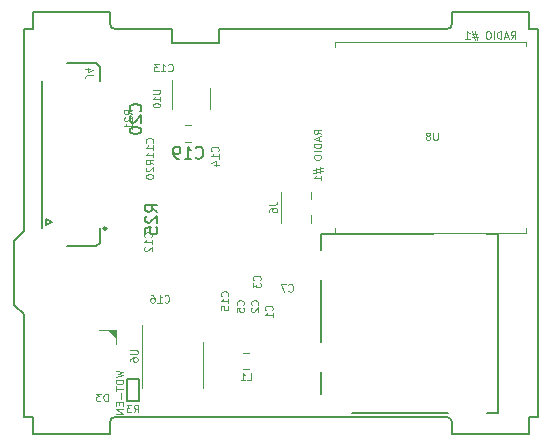
<source format=gbr>
%TF.GenerationSoftware,KiCad,Pcbnew,5.0.2-bee76a0~70~ubuntu18.04.1*%
%TF.CreationDate,2020-02-29T17:46:36-08:00*%
%TF.ProjectId,mainboard,6d61696e-626f-4617-9264-2e6b69636164,rev?*%
%TF.SameCoordinates,Original*%
%TF.FileFunction,Legend,Bot*%
%TF.FilePolarity,Positive*%
%FSLAX46Y46*%
G04 Gerber Fmt 4.6, Leading zero omitted, Abs format (unit mm)*
G04 Created by KiCad (PCBNEW 5.0.2-bee76a0~70~ubuntu18.04.1) date Sat 29 Feb 2020 05:46:36 PM PST*
%MOMM*%
%LPD*%
G01*
G04 APERTURE LIST*
%ADD10C,0.076200*%
%ADD11C,0.150000*%
%ADD12C,0.250000*%
%ADD13C,0.120000*%
%ADD14C,0.100000*%
%ADD15C,0.127000*%
%ADD16C,0.070000*%
G04 APERTURE END LIST*
D10*
X85123261Y-103311476D02*
X85758261Y-103462666D01*
X85304690Y-103583619D01*
X85758261Y-103704571D01*
X85123261Y-103855761D01*
X85758261Y-104097666D02*
X85123261Y-104097666D01*
X85123261Y-104248857D01*
X85153500Y-104339571D01*
X85213976Y-104400047D01*
X85274452Y-104430285D01*
X85395404Y-104460523D01*
X85486119Y-104460523D01*
X85607071Y-104430285D01*
X85667547Y-104400047D01*
X85728023Y-104339571D01*
X85758261Y-104248857D01*
X85758261Y-104097666D01*
X85123261Y-104641952D02*
X85123261Y-105004809D01*
X85758261Y-104823380D02*
X85123261Y-104823380D01*
X85516357Y-105216476D02*
X85516357Y-105700285D01*
X85425642Y-106002666D02*
X85425642Y-106214333D01*
X85758261Y-106305047D02*
X85758261Y-106002666D01*
X85123261Y-106002666D01*
X85123261Y-106305047D01*
X85758261Y-106577190D02*
X85123261Y-106577190D01*
X85758261Y-106940047D01*
X85123261Y-106940047D01*
D11*
X87058500Y-104013000D02*
X86042500Y-104013000D01*
X87058500Y-105918000D02*
X87058500Y-104013000D01*
X86042500Y-105918000D02*
X87058500Y-105918000D01*
X86042500Y-104013000D02*
X86042500Y-105918000D01*
D10*
X102522261Y-83287809D02*
X102219880Y-83076142D01*
X102522261Y-82924952D02*
X101887261Y-82924952D01*
X101887261Y-83166857D01*
X101917500Y-83227333D01*
X101947738Y-83257571D01*
X102008214Y-83287809D01*
X102098928Y-83287809D01*
X102159404Y-83257571D01*
X102189642Y-83227333D01*
X102219880Y-83166857D01*
X102219880Y-82924952D01*
X102340833Y-83529714D02*
X102340833Y-83832095D01*
X102522261Y-83469238D02*
X101887261Y-83680904D01*
X102522261Y-83892571D01*
X102522261Y-84104238D02*
X101887261Y-84104238D01*
X101887261Y-84255428D01*
X101917500Y-84346142D01*
X101977976Y-84406619D01*
X102038452Y-84436857D01*
X102159404Y-84467095D01*
X102250119Y-84467095D01*
X102371071Y-84436857D01*
X102431547Y-84406619D01*
X102492023Y-84346142D01*
X102522261Y-84255428D01*
X102522261Y-84104238D01*
X102522261Y-84739238D02*
X101887261Y-84739238D01*
X101887261Y-85162571D02*
X101887261Y-85283523D01*
X101917500Y-85344000D01*
X101977976Y-85404476D01*
X102098928Y-85434714D01*
X102310595Y-85434714D01*
X102431547Y-85404476D01*
X102492023Y-85344000D01*
X102522261Y-85283523D01*
X102522261Y-85162571D01*
X102492023Y-85102095D01*
X102431547Y-85041619D01*
X102310595Y-85011380D01*
X102098928Y-85011380D01*
X101977976Y-85041619D01*
X101917500Y-85102095D01*
X101887261Y-85162571D01*
X102098928Y-86160428D02*
X102098928Y-86614000D01*
X101826785Y-86341857D02*
X102643214Y-86160428D01*
X102371071Y-86553523D02*
X102371071Y-86099952D01*
X102643214Y-86372095D02*
X101826785Y-86553523D01*
X102522261Y-87158285D02*
X102522261Y-86795428D01*
X102522261Y-86976857D02*
X101887261Y-86976857D01*
X101977976Y-86916380D01*
X102038452Y-86855904D01*
X102068690Y-86795428D01*
D11*
X120902460Y-74415942D02*
X120102459Y-74415941D01*
X85102460Y-74415941D02*
G75*
G02X84602460Y-73915941I0J500000D01*
G01*
X113602459Y-73915941D02*
G75*
G02X113102459Y-74415941I-500000J0D01*
G01*
X113102459Y-107215941D02*
G75*
G02X113602459Y-107715941I0J-500000D01*
G01*
X84602460Y-107715941D02*
G75*
G02X85102460Y-107215941I500000J0D01*
G01*
X77340460Y-91475941D02*
X76502460Y-92313941D01*
X77340460Y-98555940D02*
X76502460Y-97790000D01*
X120102460Y-72915941D02*
X113602460Y-72915941D01*
X113602459Y-107715941D02*
X113602460Y-108715941D01*
X85102460Y-107215941D02*
X113102459Y-107215941D01*
X84602460Y-108715941D02*
X84602460Y-107715941D01*
X113602460Y-108715941D02*
X120102459Y-108715940D01*
X113102459Y-74415941D02*
X93872460Y-74415941D01*
X113602460Y-72915941D02*
X113602459Y-73915941D01*
X78102460Y-72915941D02*
X78102460Y-74415941D01*
X93872460Y-74415941D02*
X93872460Y-75565000D01*
X93872460Y-75565000D02*
X89872460Y-75565000D01*
X78102460Y-74415941D02*
X77340460Y-74415941D01*
X77340460Y-74415941D02*
X77340460Y-91475941D01*
X120102460Y-107215940D02*
X120902460Y-107215940D01*
X120102459Y-74415941D02*
X120102460Y-72915941D01*
X89872460Y-75565000D02*
X89872460Y-74415941D01*
X84602460Y-72915941D02*
X78102460Y-72915941D01*
X84602460Y-73915941D02*
X84602460Y-72915941D01*
X89872460Y-74415941D02*
X85102460Y-74415941D01*
X76502460Y-92313941D02*
X76502460Y-97790000D01*
X120902460Y-107215940D02*
X120902460Y-74415942D01*
X78102460Y-107215940D02*
X78102460Y-108715940D01*
X120102459Y-108715940D02*
X120102460Y-107215940D01*
X77340460Y-98555940D02*
X77340460Y-107215940D01*
X78102460Y-108715940D02*
X84602460Y-108715941D01*
X77340460Y-107215940D02*
X78102460Y-107215940D01*
D10*
X118578690Y-75217261D02*
X118790357Y-74914880D01*
X118941547Y-75217261D02*
X118941547Y-74582261D01*
X118699642Y-74582261D01*
X118639166Y-74612500D01*
X118608928Y-74642738D01*
X118578690Y-74703214D01*
X118578690Y-74793928D01*
X118608928Y-74854404D01*
X118639166Y-74884642D01*
X118699642Y-74914880D01*
X118941547Y-74914880D01*
X118336785Y-75035833D02*
X118034404Y-75035833D01*
X118397261Y-75217261D02*
X118185595Y-74582261D01*
X117973928Y-75217261D01*
X117762261Y-75217261D02*
X117762261Y-74582261D01*
X117611071Y-74582261D01*
X117520357Y-74612500D01*
X117459880Y-74672976D01*
X117429642Y-74733452D01*
X117399404Y-74854404D01*
X117399404Y-74945119D01*
X117429642Y-75066071D01*
X117459880Y-75126547D01*
X117520357Y-75187023D01*
X117611071Y-75217261D01*
X117762261Y-75217261D01*
X117127261Y-75217261D02*
X117127261Y-74582261D01*
X116703928Y-74582261D02*
X116582976Y-74582261D01*
X116522500Y-74612500D01*
X116462023Y-74672976D01*
X116431785Y-74793928D01*
X116431785Y-75005595D01*
X116462023Y-75126547D01*
X116522500Y-75187023D01*
X116582976Y-75217261D01*
X116703928Y-75217261D01*
X116764404Y-75187023D01*
X116824880Y-75126547D01*
X116855119Y-75005595D01*
X116855119Y-74793928D01*
X116824880Y-74672976D01*
X116764404Y-74612500D01*
X116703928Y-74582261D01*
X115706071Y-74793928D02*
X115252500Y-74793928D01*
X115524642Y-74521785D02*
X115706071Y-75338214D01*
X115312976Y-75066071D02*
X115766547Y-75066071D01*
X115494404Y-75338214D02*
X115312976Y-74521785D01*
X114708214Y-75217261D02*
X115071071Y-75217261D01*
X114889642Y-75217261D02*
X114889642Y-74582261D01*
X114950119Y-74672976D01*
X115010595Y-74733452D01*
X115071071Y-74763690D01*
D12*
X84322580Y-91261260D02*
G75*
G03X84322580Y-91261260I-111800J0D01*
G01*
D11*
X79210780Y-90511260D02*
X79210780Y-91011260D01*
X79710780Y-90761260D02*
X79210780Y-90511260D01*
X79210780Y-91011260D02*
X79710780Y-90761260D01*
X78860780Y-91261260D02*
X78860780Y-78761260D01*
X83760780Y-77561260D02*
X83760780Y-78761260D01*
X83460780Y-77261260D02*
X83760780Y-77561260D01*
X80960780Y-77261260D02*
X83460780Y-77261260D01*
X83760780Y-92461260D02*
X83760780Y-91261260D01*
X83460780Y-92761260D02*
X83760780Y-92461260D01*
X80960780Y-92761260D02*
X83460780Y-92761260D01*
D13*
X85120500Y-99866000D02*
X85120500Y-101016000D01*
X83700500Y-99866000D02*
X85120500Y-99866000D01*
D14*
G36*
X84420500Y-99876000D02*
X85110500Y-100536000D01*
X85110500Y-99876000D01*
X84420500Y-99876000D01*
G37*
X84420500Y-99876000D02*
X85110500Y-100536000D01*
X85110500Y-99876000D01*
X84420500Y-99876000D01*
X101680800Y-90784200D02*
X101680800Y-90165530D01*
X101680800Y-88184200D02*
X101680800Y-88802870D01*
X99080800Y-88184200D02*
X99080800Y-90784200D01*
D13*
X119860000Y-75466000D02*
X119860000Y-75816000D01*
X103660000Y-91666000D02*
X103660000Y-91266000D01*
X119860000Y-91666000D02*
X103660000Y-91666000D01*
X119860000Y-91266000D02*
X119860000Y-91666000D01*
X103660000Y-75466000D02*
X103660000Y-75866000D01*
X119860000Y-75466000D02*
X103660000Y-75466000D01*
X87356000Y-102870000D02*
X87356000Y-99420000D01*
X87356000Y-102870000D02*
X87356000Y-104820000D01*
X92476000Y-102870000D02*
X92476000Y-100920000D01*
X92476000Y-102870000D02*
X92476000Y-104820000D01*
D15*
X102507000Y-100874000D02*
X102507000Y-95664000D01*
X102507000Y-105314000D02*
X102507000Y-103424000D01*
X113262000Y-106914000D02*
X105132000Y-106914000D01*
X102507000Y-91714000D02*
X102507000Y-93084000D01*
X111932000Y-91714000D02*
X102507000Y-91714000D01*
X117457000Y-91714000D02*
X116532000Y-91714000D01*
X117457000Y-106914000D02*
X117457000Y-91714000D01*
X116532000Y-106914000D02*
X117457000Y-106914000D01*
D13*
X96397578Y-103210000D02*
X95880422Y-103210000D01*
X96397578Y-101790000D02*
X95880422Y-101790000D01*
X90991422Y-82540000D02*
X91508578Y-82540000D01*
X90991422Y-83960000D02*
X91508578Y-83960000D01*
X93110000Y-79350000D02*
X93110000Y-81150000D01*
X89890000Y-81150000D02*
X89890000Y-78700000D01*
D10*
X83151738Y-78316666D02*
X82698166Y-78316666D01*
X82607452Y-78346904D01*
X82546976Y-78407380D01*
X82516738Y-78498095D01*
X82516738Y-78558571D01*
X82940071Y-77742142D02*
X82516738Y-77742142D01*
X83181976Y-77893333D02*
X82728404Y-78044523D01*
X82728404Y-77651428D01*
X86461761Y-81606785D02*
X86159380Y-81395119D01*
X86461761Y-81243928D02*
X85826761Y-81243928D01*
X85826761Y-81485833D01*
X85857000Y-81546309D01*
X85887238Y-81576547D01*
X85947714Y-81606785D01*
X86038428Y-81606785D01*
X86098904Y-81576547D01*
X86129142Y-81546309D01*
X86159380Y-81485833D01*
X86159380Y-81243928D01*
X85887238Y-81848690D02*
X85857000Y-81878928D01*
X85826761Y-81939404D01*
X85826761Y-82090595D01*
X85857000Y-82151071D01*
X85887238Y-82181309D01*
X85947714Y-82211547D01*
X86008190Y-82211547D01*
X86098904Y-82181309D01*
X86461761Y-81818452D01*
X86461761Y-82211547D01*
X86461761Y-82816309D02*
X86461761Y-82453452D01*
X86461761Y-82634880D02*
X85826761Y-82634880D01*
X85917476Y-82574404D01*
X85977952Y-82513928D01*
X86008190Y-82453452D01*
X88307261Y-85841785D02*
X88004880Y-85630119D01*
X88307261Y-85478928D02*
X87672261Y-85478928D01*
X87672261Y-85720833D01*
X87702500Y-85781309D01*
X87732738Y-85811547D01*
X87793214Y-85841785D01*
X87883928Y-85841785D01*
X87944404Y-85811547D01*
X87974642Y-85781309D01*
X88004880Y-85720833D01*
X88004880Y-85478928D01*
X87732738Y-86083690D02*
X87702500Y-86113928D01*
X87672261Y-86174404D01*
X87672261Y-86325595D01*
X87702500Y-86386071D01*
X87732738Y-86416309D01*
X87793214Y-86446547D01*
X87853690Y-86446547D01*
X87944404Y-86416309D01*
X88307261Y-86053452D01*
X88307261Y-86446547D01*
X87672261Y-86839642D02*
X87672261Y-86900119D01*
X87702500Y-86960595D01*
X87732738Y-86990833D01*
X87793214Y-87021071D01*
X87914166Y-87051309D01*
X88065357Y-87051309D01*
X88186309Y-87021071D01*
X88246785Y-86990833D01*
X88277023Y-86960595D01*
X88307261Y-86900119D01*
X88307261Y-86839642D01*
X88277023Y-86779166D01*
X88246785Y-86748928D01*
X88186309Y-86718690D01*
X88065357Y-86688452D01*
X87914166Y-86688452D01*
X87793214Y-86718690D01*
X87732738Y-86748928D01*
X87702500Y-86779166D01*
X87672261Y-86839642D01*
X84415690Y-105887761D02*
X84415690Y-105252761D01*
X84264500Y-105252761D01*
X84173785Y-105283000D01*
X84113309Y-105343476D01*
X84083071Y-105403952D01*
X84052833Y-105524904D01*
X84052833Y-105615619D01*
X84083071Y-105736571D01*
X84113309Y-105797047D01*
X84173785Y-105857523D01*
X84264500Y-105887761D01*
X84415690Y-105887761D01*
X83841166Y-105252761D02*
X83448071Y-105252761D01*
X83659738Y-105494666D01*
X83569023Y-105494666D01*
X83508547Y-105524904D01*
X83478309Y-105555142D01*
X83448071Y-105615619D01*
X83448071Y-105766809D01*
X83478309Y-105827285D01*
X83508547Y-105857523D01*
X83569023Y-105887761D01*
X83750452Y-105887761D01*
X83810928Y-105857523D01*
X83841166Y-105827285D01*
X89244714Y-97481785D02*
X89274952Y-97512023D01*
X89365666Y-97542261D01*
X89426142Y-97542261D01*
X89516857Y-97512023D01*
X89577333Y-97451547D01*
X89607571Y-97391071D01*
X89637809Y-97270119D01*
X89637809Y-97179404D01*
X89607571Y-97058452D01*
X89577333Y-96997976D01*
X89516857Y-96937500D01*
X89426142Y-96907261D01*
X89365666Y-96907261D01*
X89274952Y-96937500D01*
X89244714Y-96967738D01*
X88639952Y-97542261D02*
X89002809Y-97542261D01*
X88821380Y-97542261D02*
X88821380Y-96907261D01*
X88881857Y-96997976D01*
X88942333Y-97058452D01*
X89002809Y-97088690D01*
X88095666Y-96907261D02*
X88216619Y-96907261D01*
X88277095Y-96937500D01*
X88307333Y-96967738D01*
X88367809Y-97058452D01*
X88398047Y-97179404D01*
X88398047Y-97421309D01*
X88367809Y-97481785D01*
X88337571Y-97512023D01*
X88277095Y-97542261D01*
X88156142Y-97542261D01*
X88095666Y-97512023D01*
X88065428Y-97481785D01*
X88035190Y-97421309D01*
X88035190Y-97270119D01*
X88065428Y-97209642D01*
X88095666Y-97179404D01*
X88156142Y-97149166D01*
X88277095Y-97149166D01*
X88337571Y-97179404D01*
X88367809Y-97209642D01*
X88398047Y-97270119D01*
X98128061Y-89272533D02*
X98581633Y-89272533D01*
X98672347Y-89242295D01*
X98732823Y-89181819D01*
X98763061Y-89091104D01*
X98763061Y-89030628D01*
X98128061Y-89847057D02*
X98128061Y-89726104D01*
X98158300Y-89665628D01*
X98188538Y-89635390D01*
X98279252Y-89574914D01*
X98400204Y-89544676D01*
X98642109Y-89544676D01*
X98702585Y-89574914D01*
X98732823Y-89605152D01*
X98763061Y-89665628D01*
X98763061Y-89786580D01*
X98732823Y-89847057D01*
X98702585Y-89877295D01*
X98642109Y-89907533D01*
X98490919Y-89907533D01*
X98430442Y-89877295D01*
X98400204Y-89847057D01*
X98369966Y-89786580D01*
X98369966Y-89665628D01*
X98400204Y-89605152D01*
X98430442Y-89574914D01*
X98490919Y-89544676D01*
X94587785Y-97000785D02*
X94618023Y-96970547D01*
X94648261Y-96879833D01*
X94648261Y-96819357D01*
X94618023Y-96728642D01*
X94557547Y-96668166D01*
X94497071Y-96637928D01*
X94376119Y-96607690D01*
X94285404Y-96607690D01*
X94164452Y-96637928D01*
X94103976Y-96668166D01*
X94043500Y-96728642D01*
X94013261Y-96819357D01*
X94013261Y-96879833D01*
X94043500Y-96970547D01*
X94073738Y-97000785D01*
X94648261Y-97605547D02*
X94648261Y-97242690D01*
X94648261Y-97424119D02*
X94013261Y-97424119D01*
X94103976Y-97363642D01*
X94164452Y-97303166D01*
X94194690Y-97242690D01*
X94013261Y-98180071D02*
X94013261Y-97877690D01*
X94315642Y-97847452D01*
X94285404Y-97877690D01*
X94255166Y-97938166D01*
X94255166Y-98089357D01*
X94285404Y-98149833D01*
X94315642Y-98180071D01*
X94376119Y-98210309D01*
X94527309Y-98210309D01*
X94587785Y-98180071D01*
X94618023Y-98149833D01*
X94648261Y-98089357D01*
X94648261Y-97938166D01*
X94618023Y-97877690D01*
X94587785Y-97847452D01*
X97318285Y-95652166D02*
X97348523Y-95621928D01*
X97378761Y-95531214D01*
X97378761Y-95470738D01*
X97348523Y-95380023D01*
X97288047Y-95319547D01*
X97227571Y-95289309D01*
X97106619Y-95259071D01*
X97015904Y-95259071D01*
X96894952Y-95289309D01*
X96834476Y-95319547D01*
X96774000Y-95380023D01*
X96743761Y-95470738D01*
X96743761Y-95531214D01*
X96774000Y-95621928D01*
X96804238Y-95652166D01*
X96743761Y-95863833D02*
X96743761Y-96256928D01*
X96985666Y-96045261D01*
X96985666Y-96135976D01*
X97015904Y-96196452D01*
X97046142Y-96226690D01*
X97106619Y-96256928D01*
X97257809Y-96256928D01*
X97318285Y-96226690D01*
X97348523Y-96196452D01*
X97378761Y-96135976D01*
X97378761Y-95954547D01*
X97348523Y-95894071D01*
X97318285Y-95863833D01*
X88099785Y-91996785D02*
X88130023Y-91966547D01*
X88160261Y-91875833D01*
X88160261Y-91815357D01*
X88130023Y-91724642D01*
X88069547Y-91664166D01*
X88009071Y-91633928D01*
X87888119Y-91603690D01*
X87797404Y-91603690D01*
X87676452Y-91633928D01*
X87615976Y-91664166D01*
X87555500Y-91724642D01*
X87525261Y-91815357D01*
X87525261Y-91875833D01*
X87555500Y-91966547D01*
X87585738Y-91996785D01*
X88160261Y-92601547D02*
X88160261Y-92238690D01*
X88160261Y-92420119D02*
X87525261Y-92420119D01*
X87615976Y-92359642D01*
X87676452Y-92299166D01*
X87706690Y-92238690D01*
X87585738Y-92843452D02*
X87555500Y-92873690D01*
X87525261Y-92934166D01*
X87525261Y-93085357D01*
X87555500Y-93145833D01*
X87585738Y-93176071D01*
X87646214Y-93206309D01*
X87706690Y-93206309D01*
X87797404Y-93176071D01*
X88160261Y-92813214D01*
X88160261Y-93206309D01*
X112370809Y-83154761D02*
X112370809Y-83668809D01*
X112340571Y-83729285D01*
X112310333Y-83759523D01*
X112249857Y-83789761D01*
X112128904Y-83789761D01*
X112068428Y-83759523D01*
X112038190Y-83729285D01*
X112007952Y-83668809D01*
X112007952Y-83154761D01*
X111614857Y-83426904D02*
X111675333Y-83396666D01*
X111705571Y-83366428D01*
X111735809Y-83305952D01*
X111735809Y-83275714D01*
X111705571Y-83215238D01*
X111675333Y-83185000D01*
X111614857Y-83154761D01*
X111493904Y-83154761D01*
X111433428Y-83185000D01*
X111403190Y-83215238D01*
X111372952Y-83275714D01*
X111372952Y-83305952D01*
X111403190Y-83366428D01*
X111433428Y-83396666D01*
X111493904Y-83426904D01*
X111614857Y-83426904D01*
X111675333Y-83457142D01*
X111705571Y-83487380D01*
X111735809Y-83547857D01*
X111735809Y-83668809D01*
X111705571Y-83729285D01*
X111675333Y-83759523D01*
X111614857Y-83789761D01*
X111493904Y-83789761D01*
X111433428Y-83759523D01*
X111403190Y-83729285D01*
X111372952Y-83668809D01*
X111372952Y-83547857D01*
X111403190Y-83487380D01*
X111433428Y-83457142D01*
X111493904Y-83426904D01*
X86329761Y-101560690D02*
X86843809Y-101560690D01*
X86904285Y-101590928D01*
X86934523Y-101621166D01*
X86964761Y-101681642D01*
X86964761Y-101802595D01*
X86934523Y-101863071D01*
X86904285Y-101893309D01*
X86843809Y-101923547D01*
X86329761Y-101923547D01*
X86329761Y-102498071D02*
X86329761Y-102377119D01*
X86360000Y-102316642D01*
X86390238Y-102286404D01*
X86480952Y-102225928D01*
X86601904Y-102195690D01*
X86843809Y-102195690D01*
X86904285Y-102225928D01*
X86934523Y-102256166D01*
X86964761Y-102316642D01*
X86964761Y-102437595D01*
X86934523Y-102498071D01*
X86904285Y-102528309D01*
X86843809Y-102558547D01*
X86692619Y-102558547D01*
X86632142Y-102528309D01*
X86601904Y-102498071D01*
X86571666Y-102437595D01*
X86571666Y-102316642D01*
X86601904Y-102256166D01*
X86632142Y-102225928D01*
X86692619Y-102195690D01*
X86656333Y-106840261D02*
X86868000Y-106537880D01*
X87019190Y-106840261D02*
X87019190Y-106205261D01*
X86777285Y-106205261D01*
X86716809Y-106235500D01*
X86686571Y-106265738D01*
X86656333Y-106326214D01*
X86656333Y-106416928D01*
X86686571Y-106477404D01*
X86716809Y-106507642D01*
X86777285Y-106537880D01*
X87019190Y-106537880D01*
X86444666Y-106205261D02*
X86051571Y-106205261D01*
X86263238Y-106447166D01*
X86172523Y-106447166D01*
X86112047Y-106477404D01*
X86081809Y-106507642D01*
X86051571Y-106568119D01*
X86051571Y-106719309D01*
X86081809Y-106779785D01*
X86112047Y-106810023D01*
X86172523Y-106840261D01*
X86353952Y-106840261D01*
X86414428Y-106810023D01*
X86444666Y-106779785D01*
X96244833Y-104120761D02*
X96547214Y-104120761D01*
X96547214Y-103485761D01*
X95700547Y-104120761D02*
X96063404Y-104120761D01*
X95881976Y-104120761D02*
X95881976Y-103485761D01*
X95942452Y-103576476D01*
X96002928Y-103636952D01*
X96063404Y-103667190D01*
X95922885Y-97734966D02*
X95953123Y-97704728D01*
X95983361Y-97614014D01*
X95983361Y-97553538D01*
X95953123Y-97462823D01*
X95892647Y-97402347D01*
X95832171Y-97372109D01*
X95711219Y-97341871D01*
X95620504Y-97341871D01*
X95499552Y-97372109D01*
X95439076Y-97402347D01*
X95378600Y-97462823D01*
X95348361Y-97553538D01*
X95348361Y-97614014D01*
X95378600Y-97704728D01*
X95408838Y-97734966D01*
X95348361Y-98309490D02*
X95348361Y-98007109D01*
X95650742Y-97976871D01*
X95620504Y-98007109D01*
X95590266Y-98067585D01*
X95590266Y-98218776D01*
X95620504Y-98279252D01*
X95650742Y-98309490D01*
X95711219Y-98339728D01*
X95862409Y-98339728D01*
X95922885Y-98309490D01*
X95953123Y-98279252D01*
X95983361Y-98218776D01*
X95983361Y-98067585D01*
X95953123Y-98007109D01*
X95922885Y-97976871D01*
X97129385Y-97734966D02*
X97159623Y-97704728D01*
X97189861Y-97614014D01*
X97189861Y-97553538D01*
X97159623Y-97462823D01*
X97099147Y-97402347D01*
X97038671Y-97372109D01*
X96917719Y-97341871D01*
X96827004Y-97341871D01*
X96706052Y-97372109D01*
X96645576Y-97402347D01*
X96585100Y-97462823D01*
X96554861Y-97553538D01*
X96554861Y-97614014D01*
X96585100Y-97704728D01*
X96615338Y-97734966D01*
X96615338Y-97976871D02*
X96585100Y-98007109D01*
X96554861Y-98067585D01*
X96554861Y-98218776D01*
X96585100Y-98279252D01*
X96615338Y-98309490D01*
X96675814Y-98339728D01*
X96736290Y-98339728D01*
X96827004Y-98309490D01*
X97189861Y-97946633D01*
X97189861Y-98339728D01*
X99737333Y-96556285D02*
X99767571Y-96586523D01*
X99858285Y-96616761D01*
X99918761Y-96616761D01*
X100009476Y-96586523D01*
X100069952Y-96526047D01*
X100100190Y-96465571D01*
X100130428Y-96344619D01*
X100130428Y-96253904D01*
X100100190Y-96132952D01*
X100069952Y-96072476D01*
X100009476Y-96012000D01*
X99918761Y-95981761D01*
X99858285Y-95981761D01*
X99767571Y-96012000D01*
X99737333Y-96042238D01*
X99525666Y-95981761D02*
X99102333Y-95981761D01*
X99374476Y-96616761D01*
X98334285Y-98192166D02*
X98364523Y-98161928D01*
X98394761Y-98071214D01*
X98394761Y-98010738D01*
X98364523Y-97920023D01*
X98304047Y-97859547D01*
X98243571Y-97829309D01*
X98122619Y-97799071D01*
X98031904Y-97799071D01*
X97910952Y-97829309D01*
X97850476Y-97859547D01*
X97790000Y-97920023D01*
X97759761Y-98010738D01*
X97759761Y-98071214D01*
X97790000Y-98161928D01*
X97820238Y-98192166D01*
X98394761Y-98796928D02*
X98394761Y-98434071D01*
X98394761Y-98615500D02*
X97759761Y-98615500D01*
X97850476Y-98555023D01*
X97910952Y-98494547D01*
X97941190Y-98434071D01*
X88226785Y-84000285D02*
X88257023Y-83970047D01*
X88287261Y-83879333D01*
X88287261Y-83818857D01*
X88257023Y-83728142D01*
X88196547Y-83667666D01*
X88136071Y-83637428D01*
X88015119Y-83607190D01*
X87924404Y-83607190D01*
X87803452Y-83637428D01*
X87742976Y-83667666D01*
X87682500Y-83728142D01*
X87652261Y-83818857D01*
X87652261Y-83879333D01*
X87682500Y-83970047D01*
X87712738Y-84000285D01*
X88287261Y-84605047D02*
X88287261Y-84242190D01*
X88287261Y-84423619D02*
X87652261Y-84423619D01*
X87742976Y-84363142D01*
X87803452Y-84302666D01*
X87833690Y-84242190D01*
X88287261Y-85209809D02*
X88287261Y-84846952D01*
X88287261Y-85028380D02*
X87652261Y-85028380D01*
X87742976Y-84967904D01*
X87803452Y-84907428D01*
X87833690Y-84846952D01*
X89566714Y-77913285D02*
X89596952Y-77943523D01*
X89687666Y-77973761D01*
X89748142Y-77973761D01*
X89838857Y-77943523D01*
X89899333Y-77883047D01*
X89929571Y-77822571D01*
X89959809Y-77701619D01*
X89959809Y-77610904D01*
X89929571Y-77489952D01*
X89899333Y-77429476D01*
X89838857Y-77369000D01*
X89748142Y-77338761D01*
X89687666Y-77338761D01*
X89596952Y-77369000D01*
X89566714Y-77399238D01*
X88961952Y-77973761D02*
X89324809Y-77973761D01*
X89143380Y-77973761D02*
X89143380Y-77338761D01*
X89203857Y-77429476D01*
X89264333Y-77489952D01*
X89324809Y-77520190D01*
X88750285Y-77338761D02*
X88357190Y-77338761D01*
X88568857Y-77580666D01*
X88478142Y-77580666D01*
X88417666Y-77610904D01*
X88387428Y-77641142D01*
X88357190Y-77701619D01*
X88357190Y-77852809D01*
X88387428Y-77913285D01*
X88417666Y-77943523D01*
X88478142Y-77973761D01*
X88659571Y-77973761D01*
X88720047Y-77943523D01*
X88750285Y-77913285D01*
X93763285Y-84746785D02*
X93793523Y-84716547D01*
X93823761Y-84625833D01*
X93823761Y-84565357D01*
X93793523Y-84474642D01*
X93733047Y-84414166D01*
X93672571Y-84383928D01*
X93551619Y-84353690D01*
X93460904Y-84353690D01*
X93339952Y-84383928D01*
X93279476Y-84414166D01*
X93219000Y-84474642D01*
X93188761Y-84565357D01*
X93188761Y-84625833D01*
X93219000Y-84716547D01*
X93249238Y-84746785D01*
X93823761Y-85351547D02*
X93823761Y-84988690D01*
X93823761Y-85170119D02*
X93188761Y-85170119D01*
X93279476Y-85109642D01*
X93339952Y-85049166D01*
X93370190Y-84988690D01*
X93400428Y-85895833D02*
X93823761Y-85895833D01*
X93158523Y-85744642D02*
X93612095Y-85593452D01*
X93612095Y-85986547D01*
D11*
X91892857Y-85257142D02*
X91940476Y-85304761D01*
X92083333Y-85352380D01*
X92178571Y-85352380D01*
X92321428Y-85304761D01*
X92416666Y-85209523D01*
X92464285Y-85114285D01*
X92511904Y-84923809D01*
X92511904Y-84780952D01*
X92464285Y-84590476D01*
X92416666Y-84495238D01*
X92321428Y-84400000D01*
X92178571Y-84352380D01*
X92083333Y-84352380D01*
X91940476Y-84400000D01*
X91892857Y-84447619D01*
X90940476Y-85352380D02*
X91511904Y-85352380D01*
X91226190Y-85352380D02*
X91226190Y-84352380D01*
X91321428Y-84495238D01*
X91416666Y-84590476D01*
X91511904Y-84638095D01*
X90464285Y-85352380D02*
X90273809Y-85352380D01*
X90178571Y-85304761D01*
X90130952Y-85257142D01*
X90035714Y-85114285D01*
X89988095Y-84923809D01*
X89988095Y-84542857D01*
X90035714Y-84447619D01*
X90083333Y-84400000D01*
X90178571Y-84352380D01*
X90369047Y-84352380D01*
X90464285Y-84400000D01*
X90511904Y-84447619D01*
X90559523Y-84542857D01*
X90559523Y-84780952D01*
X90511904Y-84876190D01*
X90464285Y-84923809D01*
X90369047Y-84971428D01*
X90178571Y-84971428D01*
X90083333Y-84923809D01*
X90035714Y-84876190D01*
X89988095Y-84780952D01*
X87187142Y-81357142D02*
X87234761Y-81309523D01*
X87282380Y-81166666D01*
X87282380Y-81071428D01*
X87234761Y-80928571D01*
X87139523Y-80833333D01*
X87044285Y-80785714D01*
X86853809Y-80738095D01*
X86710952Y-80738095D01*
X86520476Y-80785714D01*
X86425238Y-80833333D01*
X86330000Y-80928571D01*
X86282380Y-81071428D01*
X86282380Y-81166666D01*
X86330000Y-81309523D01*
X86377619Y-81357142D01*
X86377619Y-81738095D02*
X86330000Y-81785714D01*
X86282380Y-81880952D01*
X86282380Y-82119047D01*
X86330000Y-82214285D01*
X86377619Y-82261904D01*
X86472857Y-82309523D01*
X86568095Y-82309523D01*
X86710952Y-82261904D01*
X87282380Y-81690476D01*
X87282380Y-82309523D01*
X86282380Y-82928571D02*
X86282380Y-83023809D01*
X86330000Y-83119047D01*
X86377619Y-83166666D01*
X86472857Y-83214285D01*
X86663333Y-83261904D01*
X86901428Y-83261904D01*
X87091904Y-83214285D01*
X87187142Y-83166666D01*
X87234761Y-83119047D01*
X87282380Y-83023809D01*
X87282380Y-82928571D01*
X87234761Y-82833333D01*
X87187142Y-82785714D01*
X87091904Y-82738095D01*
X86901428Y-82690476D01*
X86663333Y-82690476D01*
X86472857Y-82738095D01*
X86377619Y-82785714D01*
X86330000Y-82833333D01*
X86282380Y-82928571D01*
X88622380Y-89857142D02*
X88146190Y-89523809D01*
X88622380Y-89285714D02*
X87622380Y-89285714D01*
X87622380Y-89666666D01*
X87670000Y-89761904D01*
X87717619Y-89809523D01*
X87812857Y-89857142D01*
X87955714Y-89857142D01*
X88050952Y-89809523D01*
X88098571Y-89761904D01*
X88146190Y-89666666D01*
X88146190Y-89285714D01*
X87717619Y-90238095D02*
X87670000Y-90285714D01*
X87622380Y-90380952D01*
X87622380Y-90619047D01*
X87670000Y-90714285D01*
X87717619Y-90761904D01*
X87812857Y-90809523D01*
X87908095Y-90809523D01*
X88050952Y-90761904D01*
X88622380Y-90190476D01*
X88622380Y-90809523D01*
X87622380Y-91714285D02*
X87622380Y-91238095D01*
X88098571Y-91190476D01*
X88050952Y-91238095D01*
X88003333Y-91333333D01*
X88003333Y-91571428D01*
X88050952Y-91666666D01*
X88098571Y-91714285D01*
X88193809Y-91761904D01*
X88431904Y-91761904D01*
X88527142Y-91714285D01*
X88574761Y-91666666D01*
X88622380Y-91571428D01*
X88622380Y-91333333D01*
X88574761Y-91238095D01*
X88527142Y-91190476D01*
D16*
X88271428Y-79507142D02*
X88757142Y-79507142D01*
X88814285Y-79535714D01*
X88842857Y-79564285D01*
X88871428Y-79621428D01*
X88871428Y-79735714D01*
X88842857Y-79792857D01*
X88814285Y-79821428D01*
X88757142Y-79850000D01*
X88271428Y-79850000D01*
X88871428Y-80450000D02*
X88871428Y-80107142D01*
X88871428Y-80278571D02*
X88271428Y-80278571D01*
X88357142Y-80221428D01*
X88414285Y-80164285D01*
X88442857Y-80107142D01*
X88271428Y-80821428D02*
X88271428Y-80878571D01*
X88300000Y-80935714D01*
X88328571Y-80964285D01*
X88385714Y-80992857D01*
X88500000Y-81021428D01*
X88642857Y-81021428D01*
X88757142Y-80992857D01*
X88814285Y-80964285D01*
X88842857Y-80935714D01*
X88871428Y-80878571D01*
X88871428Y-80821428D01*
X88842857Y-80764285D01*
X88814285Y-80735714D01*
X88757142Y-80707142D01*
X88642857Y-80678571D01*
X88500000Y-80678571D01*
X88385714Y-80707142D01*
X88328571Y-80735714D01*
X88300000Y-80764285D01*
X88271428Y-80821428D01*
M02*

</source>
